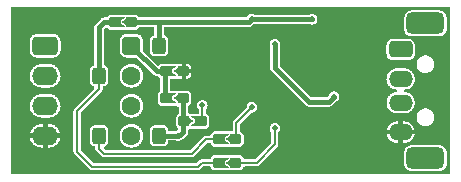
<source format=gbl>
G04*
G04 #@! TF.GenerationSoftware,Altium Limited,Altium Designer,24.1.2 (44)*
G04*
G04 Layer_Physical_Order=2*
G04 Layer_Color=11436288*
%FSLAX25Y25*%
%MOIN*%
G70*
G04*
G04 #@! TF.SameCoordinates,0CAF7D85-E977-4B9D-9D86-D71ED8E1370B*
G04*
G04*
G04 #@! TF.FilePolarity,Positive*
G04*
G01*
G75*
%ADD11C,0.00787*%
%ADD46C,0.01575*%
%ADD47O,0.08661X0.06299*%
G04:AMPARAMS|DCode=48|XSize=62.99mil|YSize=86.61mil|CornerRadius=15.75mil|HoleSize=0mil|Usage=FLASHONLY|Rotation=270.000|XOffset=0mil|YOffset=0mil|HoleType=Round|Shape=RoundedRectangle|*
%AMROUNDEDRECTD48*
21,1,0.06299,0.05512,0,0,270.0*
21,1,0.03150,0.08661,0,0,270.0*
1,1,0.03150,-0.02756,-0.01575*
1,1,0.03150,-0.02756,0.01575*
1,1,0.03150,0.02756,0.01575*
1,1,0.03150,0.02756,-0.01575*
%
%ADD48ROUNDEDRECTD48*%
%ADD49C,0.06299*%
G04:AMPARAMS|DCode=50|XSize=62.99mil|YSize=62.99mil|CornerRadius=15.75mil|HoleSize=0mil|Usage=FLASHONLY|Rotation=0.000|XOffset=0mil|YOffset=0mil|HoleType=Round|Shape=RoundedRectangle|*
%AMROUNDEDRECTD50*
21,1,0.06299,0.03150,0,0,0.0*
21,1,0.03150,0.06299,0,0,0.0*
1,1,0.03150,0.01575,-0.01575*
1,1,0.03150,-0.01575,-0.01575*
1,1,0.03150,-0.01575,0.01575*
1,1,0.03150,0.01575,0.01575*
%
%ADD50ROUNDEDRECTD50*%
G04:AMPARAMS|DCode=51|XSize=47.24mil|YSize=55.12mil|CornerRadius=11.81mil|HoleSize=0mil|Usage=FLASHONLY|Rotation=0.000|XOffset=0mil|YOffset=0mil|HoleType=Round|Shape=RoundedRectangle|*
%AMROUNDEDRECTD51*
21,1,0.04724,0.03150,0,0,0.0*
21,1,0.02362,0.05512,0,0,0.0*
1,1,0.02362,0.01181,-0.01575*
1,1,0.02362,-0.01181,-0.01575*
1,1,0.02362,-0.01181,0.01575*
1,1,0.02362,0.01181,0.01575*
%
%ADD51ROUNDEDRECTD51*%
G04:AMPARAMS|DCode=52|XSize=70.87mil|YSize=125.98mil|CornerRadius=17.72mil|HoleSize=0mil|Usage=FLASHONLY|Rotation=270.000|XOffset=0mil|YOffset=0mil|HoleType=Round|Shape=RoundedRectangle|*
%AMROUNDEDRECTD52*
21,1,0.07087,0.09055,0,0,270.0*
21,1,0.03543,0.12598,0,0,270.0*
1,1,0.03543,-0.04528,-0.01772*
1,1,0.03543,-0.04528,0.01772*
1,1,0.03543,0.04528,0.01772*
1,1,0.03543,0.04528,-0.01772*
%
%ADD52ROUNDEDRECTD52*%
%ADD53O,0.07874X0.05512*%
G04:AMPARAMS|DCode=54|XSize=55.12mil|YSize=78.74mil|CornerRadius=13.78mil|HoleSize=0mil|Usage=FLASHONLY|Rotation=90.000|XOffset=0mil|YOffset=0mil|HoleType=Round|Shape=RoundedRectangle|*
%AMROUNDEDRECTD54*
21,1,0.05512,0.05118,0,0,90.0*
21,1,0.02756,0.07874,0,0,90.0*
1,1,0.02756,0.02559,0.01378*
1,1,0.02756,0.02559,-0.01378*
1,1,0.02756,-0.02559,-0.01378*
1,1,0.02756,-0.02559,0.01378*
%
%ADD54ROUNDEDRECTD54*%
%ADD55C,0.01968*%
%AMCUSTOMSHAPE56*
4,1,10,-0.01850,0.01142,-0.03386,0.00079,-0.03386,-0.00079,-0.01850,-0.01142,-0.01850,-0.01772,0.01102,-0.01772,0.01614,-0.01260,0.01614,0.01260,0.01102,0.01772,-0.01850,0.01772,-0.01850,0.01142,0.0*%
%ADD56CUSTOMSHAPE56*%

%AMCUSTOMSHAPE57*
4,1,12,-0.01575,-0.01299,-0.01102,-0.01772,0.02165,-0.01772,0.03780,-0.01772,0.03780,-0.01496,0.02244,-0.00433,0.02244,0.00433,0.03780,0.01496,0.03780,0.01772,0.02165,0.01772,-0.01102,0.01772,-0.01575,0.01299,-0.01575,-0.01299,0.0*%
%ADD57CUSTOMSHAPE57*%

%AMCUSTOMSHAPE58*
4,1,12,0.01575,0.01299,0.01102,0.01772,-0.02165,0.01772,-0.03780,0.01772,-0.03780,0.01496,-0.02244,0.00433,-0.02244,-0.00433,-0.03780,-0.01496,-0.03780,-0.01772,-0.02165,-0.01772,0.01102,-0.01772,0.01575,-0.01299,0.01575,0.01299,0.0*%
%ADD58CUSTOMSHAPE58*%

%AMCUSTOMSHAPE59*
4,1,10,0.01850,-0.01142,0.03386,-0.00079,0.03386,0.00079,0.01850,0.01142,0.01850,0.01772,-0.01102,0.01772,-0.01614,0.01260,-0.01614,-0.01260,-0.01102,-0.01772,0.01850,-0.01772,0.01850,-0.01142,0.0*%
%ADD59CUSTOMSHAPE59*%

G36*
X148001Y1606D02*
X1606Y1606D01*
Y57450D01*
X148001D01*
Y1606D01*
D02*
G37*
%LPC*%
G36*
X102085Y55118D02*
X101852D01*
X101622Y55088D01*
X101398Y55028D01*
X101183Y54939D01*
X101159Y54925D01*
X82700D01*
X82675Y54939D01*
X82460Y55028D01*
X82236Y55088D01*
X82006Y55118D01*
X81774D01*
X81543Y55088D01*
X81319Y55028D01*
X81104Y54939D01*
X80903Y54823D01*
X80719Y54681D01*
X80555Y54517D01*
X80414Y54333D01*
X80297Y54132D01*
X80270Y54065D01*
X80145Y53940D01*
X44423D01*
X44359Y54062D01*
X44260Y54181D01*
X43749Y54693D01*
X43629Y54792D01*
X43492Y54865D01*
X43343Y54910D01*
X43189Y54925D01*
X40236D01*
X40082Y54910D01*
X39933Y54865D01*
X39921Y54858D01*
X39909Y54865D01*
X39761Y54910D01*
X39606Y54925D01*
X34724D01*
X34570Y54910D01*
X34422Y54865D01*
X34285Y54792D01*
X34165Y54693D01*
X33692Y54221D01*
X33594Y54101D01*
X33521Y53964D01*
X33514Y53940D01*
X32677D01*
X32471Y53927D01*
X32269Y53887D01*
X32073Y53820D01*
X31888Y53729D01*
X31716Y53614D01*
X31561Y53478D01*
X29829Y51746D01*
X29693Y51591D01*
X29578Y51419D01*
X29487Y51234D01*
X29421Y51038D01*
X29380Y50836D01*
X29367Y50630D01*
Y38032D01*
X29325Y38025D01*
X29113Y37963D01*
X28908Y37879D01*
X28715Y37772D01*
X28534Y37644D01*
X28370Y37497D01*
X28222Y37332D01*
X28094Y37151D01*
X27987Y36958D01*
X27903Y36753D01*
X27842Y36541D01*
X27805Y36323D01*
X27792Y36102D01*
Y32953D01*
X27805Y32732D01*
X27842Y32514D01*
X27903Y32302D01*
X27987Y32097D01*
X28094Y31904D01*
X28222Y31723D01*
X28370Y31559D01*
X28534Y31411D01*
X28715Y31283D01*
X28908Y31176D01*
X29113Y31092D01*
X29335Y30528D01*
X29341Y30229D01*
X22784Y23672D01*
X22664Y23531D01*
X22566Y23372D01*
X22495Y23201D01*
X22452Y23020D01*
X22437Y22835D01*
Y9252D01*
X22452Y9067D01*
X22495Y8886D01*
X22566Y8714D01*
X22664Y8556D01*
X22784Y8414D01*
X27902Y3296D01*
X28044Y3175D01*
X28202Y3078D01*
X28374Y3007D01*
X28555Y2964D01*
X28740Y2949D01*
X63779D01*
X63965Y2964D01*
X64146Y3007D01*
X64317Y3078D01*
X64476Y3175D01*
X64617Y3296D01*
X65648Y4327D01*
X68106D01*
Y4213D01*
X68122Y4058D01*
X68167Y3910D01*
X68240Y3773D01*
X68338Y3653D01*
X68811Y3181D01*
X68931Y3082D01*
X69067Y3009D01*
X69216Y2964D01*
X69370Y2949D01*
X74252D01*
X74406Y2964D01*
X74555Y3009D01*
X74567Y3016D01*
X74579Y3009D01*
X74727Y2964D01*
X74882Y2949D01*
X77835D01*
X77989Y2964D01*
X78137Y3009D01*
X78274Y3082D01*
X78394Y3181D01*
X78906Y3692D01*
X79004Y3812D01*
X79077Y3949D01*
X79123Y4098D01*
X79138Y4252D01*
X79894Y4327D01*
X83465D01*
X83650Y4342D01*
X83831Y4385D01*
X84002Y4456D01*
X84161Y4553D01*
X84302Y4674D01*
X90405Y10776D01*
X90525Y10918D01*
X90623Y11076D01*
X90694Y11248D01*
X90737Y11429D01*
X90752Y11614D01*
Y15608D01*
X90902Y15758D01*
X91043Y15943D01*
X91159Y16144D01*
X91248Y16358D01*
X91308Y16583D01*
X91339Y16813D01*
Y17045D01*
X91308Y17276D01*
X91248Y17500D01*
X91159Y17714D01*
X91043Y17916D01*
X90902Y18100D01*
X90738Y18264D01*
X90553Y18405D01*
X90352Y18521D01*
X90138Y18610D01*
X89913Y18670D01*
X89683Y18701D01*
X89451D01*
X89221Y18670D01*
X88996Y18610D01*
X88782Y18521D01*
X88581Y18405D01*
X88396Y18264D01*
X88232Y18100D01*
X88091Y17916D01*
X87975Y17714D01*
X87886Y17500D01*
X87826Y17276D01*
X87795Y17045D01*
Y16813D01*
X87826Y16583D01*
X87886Y16358D01*
X87975Y16144D01*
X88091Y15943D01*
X88232Y15758D01*
X88382Y15608D01*
Y12105D01*
X82974Y6697D01*
X79138D01*
Y6772D01*
X79123Y6926D01*
X79077Y7074D01*
X79004Y7211D01*
X78906Y7331D01*
X78394Y7843D01*
X78274Y7941D01*
X78137Y8014D01*
X77989Y8060D01*
X77835Y8075D01*
X74882D01*
X74727Y8060D01*
X74579Y8014D01*
X74567Y8008D01*
X74555Y8014D01*
X74406Y8060D01*
X74252Y8075D01*
X69370D01*
X69216Y8060D01*
X69067Y8014D01*
X68931Y7941D01*
X68811Y7843D01*
X68338Y7371D01*
X68240Y7251D01*
X68167Y7114D01*
X68122Y6965D01*
X68106Y6811D01*
Y6697D01*
X65158D01*
X64972Y6682D01*
X64791Y6639D01*
X64620Y6567D01*
X64461Y6470D01*
X64320Y6350D01*
X63289Y5319D01*
X29231D01*
X24807Y9743D01*
Y22344D01*
X31783Y29320D01*
X31903Y29461D01*
X32000Y29620D01*
X32072Y29791D01*
X32115Y29972D01*
X32130Y30158D01*
Y30981D01*
X32347Y30994D01*
X32565Y31031D01*
X32777Y31092D01*
X32981Y31176D01*
X33175Y31283D01*
X33355Y31411D01*
X33520Y31559D01*
X33667Y31723D01*
X33795Y31904D01*
X33902Y32097D01*
X33987Y32302D01*
X34048Y32514D01*
X34085Y32732D01*
X34098Y32953D01*
Y36102D01*
X34085Y36323D01*
X34048Y36541D01*
X33987Y36753D01*
X33902Y36958D01*
X33795Y37151D01*
X33667Y37332D01*
X33520Y37497D01*
X33355Y37644D01*
X33175Y37772D01*
X32981Y37879D01*
X32777Y37963D01*
X32565Y38025D01*
X32523Y38032D01*
Y49976D01*
X32865Y50318D01*
X33026Y50386D01*
X33692Y50503D01*
X34165Y50031D01*
X34285Y49933D01*
X34422Y49860D01*
X34570Y49815D01*
X34724Y49799D01*
X39606D01*
X39761Y49815D01*
X39909Y49860D01*
X39921Y49866D01*
X39933Y49860D01*
X40082Y49815D01*
X40236Y49799D01*
X43189D01*
X43343Y49815D01*
X43492Y49860D01*
X43629Y49933D01*
X43748Y50031D01*
X44260Y50543D01*
X44359Y50663D01*
X44423Y50784D01*
X49327D01*
Y48025D01*
X49325Y48024D01*
X49113Y47963D01*
X48908Y47879D01*
X48715Y47772D01*
X48535Y47644D01*
X48370Y47497D01*
X48222Y47332D01*
X48094Y47151D01*
X47987Y46958D01*
X47903Y46753D01*
X47842Y46541D01*
X47805Y46323D01*
X47792Y46102D01*
Y42953D01*
X47805Y42732D01*
X47842Y42514D01*
X47903Y42302D01*
X47987Y42097D01*
X48094Y41904D01*
X48222Y41723D01*
X48370Y41559D01*
X48535Y41411D01*
X48715Y41283D01*
X48908Y41176D01*
X49113Y41092D01*
X49325Y41031D01*
X49543Y40994D01*
X49764Y40981D01*
X52126D01*
X52347Y40994D01*
X52565Y41031D01*
X52777Y41092D01*
X52981Y41176D01*
X53175Y41283D01*
X53355Y41411D01*
X53520Y41559D01*
X53667Y41723D01*
X53795Y41904D01*
X53902Y42097D01*
X53987Y42302D01*
X54048Y42514D01*
X54085Y42732D01*
X54098Y42953D01*
Y46102D01*
X54085Y46323D01*
X54048Y46541D01*
X53987Y46753D01*
X53902Y46958D01*
X53795Y47151D01*
X53667Y47332D01*
X53520Y47497D01*
X53355Y47644D01*
X53175Y47772D01*
X52981Y47879D01*
X52777Y47963D01*
X52565Y48024D01*
X52484Y48038D01*
Y50784D01*
X80799D01*
X81005Y50797D01*
X81207Y50838D01*
X81403Y50904D01*
X81588Y50995D01*
X81760Y51110D01*
X81915Y51246D01*
X82288Y51619D01*
X82460Y51665D01*
X82675Y51754D01*
X82700Y51768D01*
X101159D01*
X101183Y51754D01*
X101398Y51665D01*
X101622Y51605D01*
X101852Y51575D01*
X102085D01*
X102315Y51605D01*
X102539Y51665D01*
X102754Y51754D01*
X102955Y51870D01*
X103139Y52012D01*
X103303Y52176D01*
X103445Y52360D01*
X103561Y52561D01*
X103650Y52776D01*
X103710Y53000D01*
X103740Y53230D01*
Y53463D01*
X103710Y53693D01*
X103650Y53917D01*
X103561Y54132D01*
X103445Y54333D01*
X103303Y54517D01*
X103139Y54681D01*
X102955Y54823D01*
X102754Y54939D01*
X102539Y55028D01*
X102315Y55088D01*
X102085Y55118D01*
D02*
G37*
G36*
X144291Y56302D02*
X135236D01*
X134985Y56290D01*
X134736Y56253D01*
X134493Y56192D01*
X134256Y56107D01*
X134028Y56000D01*
X133813Y55870D01*
X133611Y55721D01*
X133424Y55552D01*
X133256Y55366D01*
X133106Y55164D01*
X132977Y54948D01*
X132869Y54721D01*
X132784Y54484D01*
X132723Y54240D01*
X132686Y53991D01*
X132674Y53740D01*
Y50197D01*
X132686Y49946D01*
X132723Y49697D01*
X132784Y49453D01*
X132869Y49216D01*
X132977Y48989D01*
X133106Y48773D01*
X133256Y48571D01*
X133424Y48385D01*
X133611Y48216D01*
X133813Y48066D01*
X134028Y47937D01*
X134256Y47830D01*
X134493Y47745D01*
X134736Y47684D01*
X134985Y47647D01*
X135236Y47635D01*
X144291D01*
X144543Y47647D01*
X144791Y47684D01*
X145035Y47745D01*
X145272Y47830D01*
X145499Y47937D01*
X145715Y48066D01*
X145917Y48216D01*
X146103Y48385D01*
X146272Y48571D01*
X146422Y48773D01*
X146551Y48989D01*
X146658Y49216D01*
X146743Y49453D01*
X146804Y49697D01*
X146841Y49946D01*
X146853Y50197D01*
Y53740D01*
X146841Y53991D01*
X146804Y54240D01*
X146743Y54484D01*
X146658Y54721D01*
X146551Y54948D01*
X146422Y55164D01*
X146272Y55366D01*
X146103Y55552D01*
X145917Y55721D01*
X145715Y55870D01*
X145499Y56000D01*
X145272Y56107D01*
X145035Y56192D01*
X144791Y56253D01*
X144543Y56290D01*
X144291Y56302D01*
D02*
G37*
G36*
X15748Y48468D02*
X10236D01*
X9971Y48453D01*
X9710Y48409D01*
X9455Y48335D01*
X9210Y48234D01*
X8978Y48106D01*
X8761Y47952D01*
X8563Y47775D01*
X8387Y47578D01*
X8233Y47361D01*
X8105Y47129D01*
X8003Y46884D01*
X7930Y46629D01*
X7885Y46367D01*
X7870Y46102D01*
Y42953D01*
X7885Y42688D01*
X7930Y42426D01*
X8003Y42171D01*
X8105Y41926D01*
X8233Y41694D01*
X8387Y41478D01*
X8563Y41280D01*
X8761Y41103D01*
X8978Y40949D01*
X9210Y40821D01*
X9455Y40720D01*
X9710Y40646D01*
X9971Y40602D01*
X10236Y40587D01*
X15748D01*
X16013Y40602D01*
X16274Y40646D01*
X16529Y40720D01*
X16775Y40821D01*
X17007Y40949D01*
X17223Y41103D01*
X17421Y41280D01*
X17598Y41478D01*
X17751Y41694D01*
X17880Y41926D01*
X17981Y42171D01*
X18055Y42426D01*
X18099Y42688D01*
X18114Y42953D01*
Y46102D01*
X18099Y46367D01*
X18055Y46629D01*
X17981Y46884D01*
X17880Y47129D01*
X17751Y47361D01*
X17598Y47578D01*
X17421Y47775D01*
X17223Y47952D01*
X17007Y48106D01*
X16775Y48234D01*
X16529Y48335D01*
X16274Y48409D01*
X16013Y48453D01*
X15748Y48468D01*
D02*
G37*
G36*
X134055Y46854D02*
X128937D01*
X128694Y46840D01*
X128454Y46799D01*
X128221Y46732D01*
X127996Y46639D01*
X127783Y46521D01*
X127585Y46381D01*
X127403Y46219D01*
X127241Y46037D01*
X127101Y45839D01*
X126983Y45626D01*
X126890Y45401D01*
X126823Y45168D01*
X126782Y44928D01*
X126768Y44685D01*
Y41929D01*
X126782Y41686D01*
X126823Y41447D01*
X126890Y41213D01*
X126983Y40988D01*
X127101Y40775D01*
X127241Y40577D01*
X127403Y40396D01*
X127585Y40233D01*
X127783Y40093D01*
X127996Y39975D01*
X128221Y39882D01*
X128454Y39815D01*
X128694Y39774D01*
X128937Y39760D01*
X134055D01*
X134298Y39774D01*
X134538Y39815D01*
X134771Y39882D01*
X134996Y39975D01*
X135209Y40093D01*
X135407Y40233D01*
X135589Y40396D01*
X135751Y40577D01*
X135891Y40775D01*
X136009Y40988D01*
X136102Y41213D01*
X136170Y41447D01*
X136210Y41686D01*
X136224Y41929D01*
Y44685D01*
X136210Y44928D01*
X136170Y45168D01*
X136102Y45401D01*
X136009Y45626D01*
X135891Y45839D01*
X135751Y46037D01*
X135589Y46219D01*
X135407Y46381D01*
X135209Y46521D01*
X134996Y46639D01*
X134771Y46732D01*
X134538Y46799D01*
X134298Y46840D01*
X134055Y46854D01*
D02*
G37*
G36*
X60315Y38587D02*
X59803D01*
Y36614D01*
X61618D01*
Y37284D01*
X61603Y37438D01*
X61558Y37586D01*
X61485Y37723D01*
X61386Y37843D01*
X60874Y38355D01*
X60755Y38453D01*
X60618Y38526D01*
X60469Y38571D01*
X60315Y38587D01*
D02*
G37*
G36*
X139909Y41339D02*
X139619D01*
X139330Y41310D01*
X139046Y41254D01*
X138768Y41169D01*
X138500Y41058D01*
X138244Y40922D01*
X138003Y40760D01*
X137778Y40576D01*
X137573Y40371D01*
X137389Y40147D01*
X137228Y39906D01*
X137091Y39650D01*
X136980Y39382D01*
X136896Y39104D01*
X136839Y38820D01*
X136811Y38531D01*
Y38241D01*
X136839Y37952D01*
X136896Y37668D01*
X136980Y37390D01*
X137091Y37122D01*
X137228Y36866D01*
X137389Y36625D01*
X137573Y36400D01*
X137778Y36195D01*
X138003Y36011D01*
X138244Y35850D01*
X138500Y35713D01*
X138768Y35602D01*
X139046Y35518D01*
X139330Y35462D01*
X139619Y35433D01*
X139909D01*
X140198Y35462D01*
X140482Y35518D01*
X140760Y35602D01*
X141028Y35713D01*
X141284Y35850D01*
X141525Y36011D01*
X141749Y36195D01*
X141954Y36400D01*
X142138Y36625D01*
X142299Y36866D01*
X142436Y37122D01*
X142547Y37390D01*
X142631Y37668D01*
X142688Y37952D01*
X142717Y38241D01*
Y38531D01*
X142688Y38820D01*
X142631Y39104D01*
X142547Y39382D01*
X142436Y39650D01*
X142299Y39906D01*
X142138Y40147D01*
X141954Y40371D01*
X141749Y40576D01*
X141525Y40760D01*
X141284Y40922D01*
X141028Y41058D01*
X140760Y41169D01*
X140482Y41254D01*
X140198Y41310D01*
X139909Y41339D01*
D02*
G37*
G36*
X61618Y35433D02*
X59803D01*
Y33461D01*
X60315D01*
X60469Y33476D01*
X60618Y33521D01*
X60755Y33594D01*
X60874Y33692D01*
X61386Y34204D01*
X61485Y34324D01*
X61558Y34461D01*
X61603Y34609D01*
X61618Y34764D01*
Y35433D01*
D02*
G37*
G36*
X43307Y48469D02*
X40157D01*
X39893Y48454D01*
X39631Y48410D01*
X39376Y48336D01*
X39131Y48235D01*
X38899Y48106D01*
X38682Y47953D01*
X38484Y47776D01*
X38308Y47578D01*
X38154Y47362D01*
X38026Y47129D01*
X37924Y46884D01*
X37851Y46630D01*
X37806Y46368D01*
X37792Y46103D01*
Y42953D01*
X37806Y42689D01*
X37851Y42427D01*
X37924Y42172D01*
X38026Y41927D01*
X38154Y41695D01*
X38308Y41478D01*
X38484Y41280D01*
X38682Y41104D01*
X38899Y40950D01*
X39131Y40822D01*
X39376Y40720D01*
X39631Y40647D01*
X39893Y40602D01*
X40157Y40587D01*
X43307D01*
X43434Y40595D01*
X49121Y34908D01*
X49276Y34772D01*
X49448Y34657D01*
X49633Y34566D01*
X49828Y34499D01*
X50031Y34459D01*
X50237Y34445D01*
X50640D01*
X50647Y34422D01*
X50720Y34285D01*
X50819Y34165D01*
X51291Y33692D01*
X51375Y33624D01*
Y29368D01*
X51291Y29300D01*
X50819Y28827D01*
X50720Y28707D01*
X50647Y28571D01*
X50602Y28422D01*
X50587Y28268D01*
Y25669D01*
X50602Y25515D01*
X50647Y25367D01*
X50720Y25230D01*
X50819Y25110D01*
X51291Y24637D01*
X51411Y24539D01*
X51548Y24466D01*
X51696Y24421D01*
X51850Y24406D01*
X56732D01*
X57250Y24131D01*
X57458Y23966D01*
X57516Y23897D01*
Y21691D01*
X57433Y21622D01*
X56921Y21111D01*
X56822Y20991D01*
X56749Y20854D01*
X56704Y20706D01*
X56689Y20551D01*
Y18032D01*
X56704Y17877D01*
X56749Y17729D01*
X56822Y17592D01*
X56921Y17472D01*
X57267Y17126D01*
X57213Y16697D01*
X57167Y16581D01*
X56979Y16314D01*
X56937Y16308D01*
X56713Y16248D01*
X56498Y16159D01*
X56420Y16114D01*
X54097D01*
X54085Y16323D01*
X54048Y16541D01*
X53987Y16754D01*
X53902Y16958D01*
X53795Y17151D01*
X53667Y17332D01*
X53520Y17496D01*
X53355Y17644D01*
X53175Y17772D01*
X52981Y17879D01*
X52777Y17963D01*
X52565Y18024D01*
X52347Y18062D01*
X52126Y18074D01*
X49764D01*
X49543Y18062D01*
X49325Y18024D01*
X49113Y17963D01*
X48908Y17879D01*
X48715Y17772D01*
X48535Y17644D01*
X48370Y17496D01*
X48222Y17332D01*
X48094Y17151D01*
X47987Y16958D01*
X47903Y16754D01*
X47842Y16541D01*
X47805Y16323D01*
X47792Y16102D01*
Y12953D01*
X47805Y12732D01*
X47842Y12514D01*
X47903Y12302D01*
X47987Y12097D01*
X48094Y11904D01*
X48222Y11723D01*
X48370Y11559D01*
X48535Y11411D01*
X48715Y11283D01*
X48908Y11176D01*
X49113Y11092D01*
X49325Y11031D01*
X49543Y10994D01*
X49764Y10981D01*
X52126D01*
X52347Y10994D01*
X52565Y11031D01*
X52777Y11092D01*
X52981Y11176D01*
X53175Y11283D01*
X53355Y11411D01*
X53520Y11559D01*
X53667Y11723D01*
X53795Y11904D01*
X53902Y12097D01*
X53987Y12302D01*
X54048Y12514D01*
X54085Y12732D01*
X54098Y12953D01*
Y12958D01*
X56539D01*
X56713Y12886D01*
X56937Y12826D01*
X57167Y12795D01*
X57400D01*
X57630Y12826D01*
X57854Y12886D01*
X58069Y12975D01*
X58270Y13091D01*
X58287Y13104D01*
X58358Y13118D01*
X58553Y13184D01*
X58738Y13275D01*
X58910Y13390D01*
X59065Y13526D01*
X60210Y14671D01*
X60347Y14827D01*
X60461Y14998D01*
X60553Y15183D01*
X60619Y15379D01*
X60659Y15581D01*
X60673Y15787D01*
Y16340D01*
X61410Y16738D01*
X61455Y16740D01*
X61575Y16728D01*
X66457D01*
X66611Y16744D01*
X66760Y16789D01*
X66896Y16862D01*
X67016Y16960D01*
X67489Y17433D01*
X67587Y17553D01*
X67660Y17689D01*
X67705Y17838D01*
X67720Y17992D01*
Y20591D01*
X67705Y20745D01*
X67660Y20893D01*
X67587Y21030D01*
X67489Y21150D01*
X67016Y21622D01*
X66896Y21721D01*
X66760Y21794D01*
X66611Y21839D01*
X66539Y21846D01*
Y23286D01*
X66689Y23436D01*
X66831Y23620D01*
X66947Y23821D01*
X67036Y24036D01*
X67096Y24260D01*
X67126Y24490D01*
Y24722D01*
X67096Y24953D01*
X67036Y25177D01*
X66947Y25392D01*
X66831Y25593D01*
X66689Y25777D01*
X66525Y25941D01*
X66341Y26083D01*
X66140Y26199D01*
X65925Y26287D01*
X65701Y26348D01*
X65470Y26378D01*
X65238D01*
X65008Y26348D01*
X64784Y26287D01*
X64569Y26199D01*
X64368Y26083D01*
X64184Y25941D01*
X64020Y25777D01*
X63878Y25593D01*
X63762Y25392D01*
X63673Y25177D01*
X63613Y24953D01*
X63583Y24722D01*
Y24490D01*
X63613Y24260D01*
X63673Y24036D01*
X63762Y23821D01*
X63878Y23620D01*
X64020Y23436D01*
X64170Y23286D01*
Y21854D01*
X61575D01*
X61455Y21842D01*
X61410Y21845D01*
X60673Y22243D01*
Y24495D01*
X60755Y24539D01*
X60874Y24637D01*
X61386Y25149D01*
X61485Y25269D01*
X61558Y25406D01*
X61603Y25554D01*
X61618Y25709D01*
Y28228D01*
X61603Y28383D01*
X61558Y28531D01*
X61485Y28668D01*
X61386Y28788D01*
X60874Y29300D01*
X60755Y29398D01*
X60618Y29471D01*
X60469Y29516D01*
X60315Y29531D01*
X57362D01*
X57208Y29516D01*
X57059Y29471D01*
X57047Y29465D01*
X57035Y29471D01*
X56887Y29516D01*
X56732Y29531D01*
X54531D01*
Y33461D01*
X56732D01*
X56887Y33476D01*
X57035Y33521D01*
X57047Y33527D01*
X57059Y33521D01*
X57208Y33476D01*
X57362Y33461D01*
X58622D01*
Y36024D01*
Y38587D01*
X57362D01*
X57208Y38571D01*
X57059Y38526D01*
X57047Y38520D01*
X57035Y38526D01*
X56887Y38571D01*
X56732Y38587D01*
X51850D01*
X51696Y38571D01*
X51548Y38526D01*
X51411Y38453D01*
X51291Y38355D01*
X50819Y37882D01*
X50620Y37872D01*
X45666Y42827D01*
X45673Y42953D01*
Y46103D01*
X45658Y46368D01*
X45614Y46630D01*
X45540Y46884D01*
X45439Y47129D01*
X45310Y47362D01*
X45157Y47578D01*
X44980Y47776D01*
X44782Y47953D01*
X44566Y48106D01*
X44334Y48235D01*
X44089Y48336D01*
X43834Y48410D01*
X43572Y48454D01*
X43307Y48469D01*
D02*
G37*
G36*
X41904Y38465D02*
X41560D01*
X41218Y38435D01*
X40879Y38375D01*
X40547Y38287D01*
X40224Y38169D01*
X39913Y38024D01*
X39615Y37852D01*
X39333Y37655D01*
X39070Y37434D01*
X38827Y37190D01*
X38606Y36927D01*
X38409Y36646D01*
X38237Y36348D01*
X38091Y36036D01*
X37974Y35713D01*
X37885Y35381D01*
X37825Y35043D01*
X37795Y34700D01*
Y34356D01*
X37825Y34014D01*
X37885Y33675D01*
X37974Y33343D01*
X38091Y33020D01*
X38237Y32709D01*
X38409Y32411D01*
X38606Y32129D01*
X38827Y31866D01*
X39070Y31623D01*
X39333Y31402D01*
X39615Y31205D01*
X39913Y31033D01*
X40224Y30887D01*
X40547Y30770D01*
X40879Y30681D01*
X41218Y30621D01*
X41560Y30591D01*
X41904D01*
X42247Y30621D01*
X42585Y30681D01*
X42917Y30770D01*
X43240Y30887D01*
X43552Y31033D01*
X43850Y31205D01*
X44131Y31402D01*
X44395Y31623D01*
X44638Y31866D01*
X44859Y32129D01*
X45056Y32411D01*
X45228Y32709D01*
X45373Y33020D01*
X45491Y33343D01*
X45580Y33675D01*
X45639Y34014D01*
X45669Y34356D01*
Y34700D01*
X45639Y35043D01*
X45580Y35381D01*
X45491Y35713D01*
X45373Y36036D01*
X45228Y36348D01*
X45056Y36646D01*
X44859Y36927D01*
X44638Y37190D01*
X44395Y37434D01*
X44131Y37655D01*
X43850Y37852D01*
X43552Y38024D01*
X43240Y38169D01*
X42917Y38287D01*
X42585Y38375D01*
X42247Y38435D01*
X41904Y38465D01*
D02*
G37*
G36*
X14173Y38468D02*
X11811D01*
X11468Y38453D01*
X11127Y38408D01*
X10791Y38334D01*
X10463Y38231D01*
X10146Y38099D01*
X9841Y37940D01*
X9551Y37756D01*
X9278Y37546D01*
X9025Y37314D01*
X8792Y37061D01*
X8583Y36788D01*
X8398Y36498D01*
X8240Y36193D01*
X8108Y35875D01*
X8004Y35548D01*
X7930Y35212D01*
X7885Y34871D01*
X7870Y34528D01*
X7885Y34184D01*
X7930Y33843D01*
X8004Y33508D01*
X8108Y33180D01*
X8240Y32862D01*
X8398Y32557D01*
X8583Y32267D01*
X8792Y31995D01*
X9025Y31741D01*
X9278Y31509D01*
X9551Y31299D01*
X9841Y31115D01*
X10146Y30956D01*
X10463Y30825D01*
X10791Y30721D01*
X11127Y30647D01*
X11468Y30602D01*
X11811Y30587D01*
X14173D01*
X14517Y30602D01*
X14857Y30647D01*
X15193Y30721D01*
X15521Y30825D01*
X15839Y30956D01*
X16144Y31115D01*
X16433Y31299D01*
X16706Y31509D01*
X16960Y31741D01*
X17192Y31995D01*
X17401Y32267D01*
X17586Y32557D01*
X17745Y32862D01*
X17876Y33180D01*
X17980Y33508D01*
X18054Y33843D01*
X18099Y34184D01*
X18114Y34528D01*
X18099Y34871D01*
X18054Y35212D01*
X17980Y35548D01*
X17876Y35875D01*
X17745Y36193D01*
X17586Y36498D01*
X17401Y36788D01*
X17192Y37061D01*
X16960Y37314D01*
X16706Y37546D01*
X16433Y37756D01*
X16144Y37940D01*
X15839Y38099D01*
X15521Y38231D01*
X15193Y38334D01*
X14857Y38408D01*
X14517Y38453D01*
X14173Y38468D01*
D02*
G37*
G36*
X89683Y46850D02*
X89451D01*
X89221Y46820D01*
X88996Y46760D01*
X88782Y46671D01*
X88581Y46555D01*
X88396Y46414D01*
X88232Y46249D01*
X88091Y46065D01*
X87975Y45864D01*
X87886Y45649D01*
X87826Y45425D01*
X87795Y45195D01*
Y44963D01*
X87826Y44732D01*
X87886Y44508D01*
X87975Y44293D01*
X87989Y44269D01*
Y37205D01*
X88002Y36999D01*
X88042Y36796D01*
X88109Y36601D01*
X88200Y36416D01*
X88315Y36244D01*
X88451Y36089D01*
X99868Y24671D01*
X100023Y24535D01*
X100195Y24421D01*
X100380Y24329D01*
X100576Y24263D01*
X100778Y24223D01*
X100984Y24209D01*
X107480D01*
X107686Y24223D01*
X107889Y24263D01*
X108084Y24329D01*
X108269Y24421D01*
X108441Y24535D01*
X108596Y24671D01*
X109795Y25870D01*
X109823Y25878D01*
X110037Y25967D01*
X110238Y26083D01*
X110423Y26224D01*
X110587Y26388D01*
X110728Y26573D01*
X110844Y26774D01*
X110933Y26988D01*
X110993Y27213D01*
X111024Y27443D01*
Y27675D01*
X110993Y27905D01*
X110933Y28130D01*
X110844Y28344D01*
X110728Y28545D01*
X110587Y28730D01*
X110423Y28894D01*
X110238Y29035D01*
X110037Y29151D01*
X109823Y29240D01*
X109598Y29300D01*
X109368Y29331D01*
X109136D01*
X108906Y29300D01*
X108681Y29240D01*
X108467Y29151D01*
X108266Y29035D01*
X108081Y28894D01*
X107917Y28730D01*
X107776Y28545D01*
X107660Y28344D01*
X107571Y28130D01*
X107563Y28102D01*
X106827Y27366D01*
X101638D01*
X91145Y37858D01*
Y44269D01*
X91159Y44293D01*
X91248Y44508D01*
X91308Y44732D01*
X91339Y44963D01*
Y45195D01*
X91308Y45425D01*
X91248Y45649D01*
X91159Y45864D01*
X91043Y46065D01*
X90902Y46249D01*
X90738Y46414D01*
X90553Y46555D01*
X90352Y46671D01*
X90138Y46760D01*
X89913Y46820D01*
X89683Y46850D01*
D02*
G37*
G36*
X132677Y37011D02*
X130315D01*
X130006Y36998D01*
X129699Y36957D01*
X129397Y36890D01*
X129102Y36797D01*
X128816Y36679D01*
X128542Y36536D01*
X128281Y36370D01*
X128035Y36182D01*
X127807Y35972D01*
X127598Y35744D01*
X127410Y35499D01*
X127243Y35238D01*
X127101Y34964D01*
X126982Y34678D01*
X126889Y34383D01*
X126822Y34080D01*
X126782Y33774D01*
X126768Y33465D01*
X126782Y33156D01*
X126822Y32849D01*
X126889Y32547D01*
X126982Y32252D01*
X127101Y31966D01*
X127243Y31691D01*
X127410Y31430D01*
X127598Y31185D01*
X127807Y30957D01*
X128035Y30748D01*
X128281Y30559D01*
X128542Y30393D01*
X128816Y30250D01*
X129102Y30132D01*
X129397Y30039D01*
X129699Y29972D01*
X130006Y29931D01*
X130229Y29922D01*
Y29133D01*
X130006Y29124D01*
X129699Y29083D01*
X129397Y29016D01*
X129102Y28923D01*
X128816Y28805D01*
X128542Y28662D01*
X128281Y28496D01*
X128035Y28308D01*
X127807Y28098D01*
X127598Y27870D01*
X127410Y27625D01*
X127243Y27364D01*
X127101Y27089D01*
X126982Y26804D01*
X126889Y26509D01*
X126822Y26206D01*
X126782Y25900D01*
X126768Y25591D01*
X126782Y25281D01*
X126822Y24975D01*
X126889Y24673D01*
X126982Y24377D01*
X127101Y24092D01*
X127243Y23817D01*
X127410Y23556D01*
X127598Y23311D01*
X127807Y23083D01*
X128035Y22874D01*
X128281Y22685D01*
X128542Y22519D01*
X128816Y22376D01*
X129102Y22258D01*
X129397Y22165D01*
X129699Y22098D01*
X130006Y22057D01*
X130315Y22044D01*
X132677D01*
X132986Y22057D01*
X133293Y22098D01*
X133595Y22165D01*
X133890Y22258D01*
X134176Y22376D01*
X134450Y22519D01*
X134712Y22685D01*
X134957Y22874D01*
X135185Y23083D01*
X135394Y23311D01*
X135582Y23556D01*
X135749Y23817D01*
X135892Y24092D01*
X136010Y24377D01*
X136103Y24673D01*
X136170Y24975D01*
X136210Y25281D01*
X136224Y25591D01*
X136210Y25900D01*
X136170Y26206D01*
X136103Y26509D01*
X136010Y26804D01*
X135892Y27089D01*
X135749Y27364D01*
X135582Y27625D01*
X135394Y27870D01*
X135185Y28098D01*
X134957Y28308D01*
X134712Y28496D01*
X134450Y28662D01*
X134176Y28805D01*
X133890Y28923D01*
X133595Y29016D01*
X133293Y29083D01*
X132986Y29124D01*
X132763Y29133D01*
Y29922D01*
X132986Y29931D01*
X133293Y29972D01*
X133595Y30039D01*
X133890Y30132D01*
X134176Y30250D01*
X134450Y30393D01*
X134712Y30559D01*
X134957Y30748D01*
X135185Y30957D01*
X135394Y31185D01*
X135582Y31430D01*
X135749Y31691D01*
X135892Y31966D01*
X136010Y32252D01*
X136103Y32547D01*
X136170Y32849D01*
X136210Y33156D01*
X136224Y33465D01*
X136210Y33774D01*
X136170Y34080D01*
X136103Y34383D01*
X136010Y34678D01*
X135892Y34964D01*
X135749Y35238D01*
X135582Y35499D01*
X135394Y35744D01*
X135185Y35972D01*
X134957Y36182D01*
X134712Y36370D01*
X134450Y36536D01*
X134176Y36679D01*
X133890Y36797D01*
X133595Y36890D01*
X133293Y36957D01*
X132986Y36998D01*
X132677Y37011D01*
D02*
G37*
G36*
X41904Y28465D02*
X41560D01*
X41218Y28435D01*
X40879Y28376D01*
X40547Y28287D01*
X40224Y28169D01*
X39913Y28024D01*
X39615Y27852D01*
X39333Y27655D01*
X39070Y27434D01*
X38827Y27191D01*
X38606Y26927D01*
X38409Y26646D01*
X38237Y26348D01*
X38091Y26036D01*
X37974Y25713D01*
X37885Y25381D01*
X37825Y25043D01*
X37795Y24700D01*
Y24356D01*
X37825Y24014D01*
X37885Y23675D01*
X37974Y23343D01*
X38091Y23020D01*
X38237Y22709D01*
X38409Y22411D01*
X38606Y22129D01*
X38827Y21866D01*
X39070Y21623D01*
X39333Y21402D01*
X39615Y21205D01*
X39913Y21033D01*
X40224Y20887D01*
X40547Y20770D01*
X40879Y20681D01*
X41218Y20621D01*
X41560Y20591D01*
X41904D01*
X42247Y20621D01*
X42585Y20681D01*
X42917Y20770D01*
X43240Y20887D01*
X43552Y21033D01*
X43850Y21205D01*
X44131Y21402D01*
X44395Y21623D01*
X44638Y21866D01*
X44859Y22129D01*
X45056Y22411D01*
X45228Y22709D01*
X45373Y23020D01*
X45491Y23343D01*
X45580Y23675D01*
X45639Y24014D01*
X45669Y24356D01*
Y24700D01*
X45639Y25043D01*
X45580Y25381D01*
X45491Y25713D01*
X45373Y26036D01*
X45228Y26348D01*
X45056Y26646D01*
X44859Y26927D01*
X44638Y27191D01*
X44395Y27434D01*
X44131Y27655D01*
X43850Y27852D01*
X43552Y28024D01*
X43240Y28169D01*
X42917Y28287D01*
X42585Y28376D01*
X42247Y28435D01*
X41904Y28465D01*
D02*
G37*
G36*
X14173Y28468D02*
X11811D01*
X11468Y28453D01*
X11127Y28408D01*
X10791Y28334D01*
X10463Y28231D01*
X10146Y28099D01*
X9841Y27940D01*
X9551Y27756D01*
X9278Y27546D01*
X9025Y27314D01*
X8792Y27061D01*
X8583Y26788D01*
X8398Y26498D01*
X8240Y26193D01*
X8108Y25875D01*
X8004Y25548D01*
X7930Y25212D01*
X7885Y24871D01*
X7870Y24528D01*
X7885Y24184D01*
X7930Y23843D01*
X8004Y23508D01*
X8108Y23180D01*
X8240Y22862D01*
X8398Y22557D01*
X8583Y22267D01*
X8792Y21994D01*
X9025Y21741D01*
X9278Y21509D01*
X9551Y21299D01*
X9841Y21115D01*
X10146Y20956D01*
X10463Y20824D01*
X10791Y20721D01*
X11127Y20647D01*
X11468Y20602D01*
X11811Y20587D01*
X14173D01*
X14517Y20602D01*
X14857Y20647D01*
X15193Y20721D01*
X15521Y20824D01*
X15839Y20956D01*
X16144Y21115D01*
X16433Y21299D01*
X16706Y21509D01*
X16960Y21741D01*
X17192Y21994D01*
X17401Y22267D01*
X17586Y22557D01*
X17745Y22862D01*
X17876Y23180D01*
X17980Y23508D01*
X18054Y23843D01*
X18099Y24184D01*
X18114Y24528D01*
X18099Y24871D01*
X18054Y25212D01*
X17980Y25548D01*
X17876Y25875D01*
X17745Y26193D01*
X17586Y26498D01*
X17401Y26788D01*
X17192Y27061D01*
X16960Y27314D01*
X16706Y27546D01*
X16433Y27756D01*
X16144Y27940D01*
X15839Y28099D01*
X15521Y28231D01*
X15193Y28334D01*
X14857Y28408D01*
X14517Y28453D01*
X14173Y28468D01*
D02*
G37*
G36*
X139909Y23622D02*
X139619D01*
X139330Y23594D01*
X139046Y23537D01*
X138768Y23453D01*
X138500Y23342D01*
X138244Y23205D01*
X138003Y23044D01*
X137778Y22860D01*
X137573Y22655D01*
X137389Y22430D01*
X137228Y22189D01*
X137091Y21933D01*
X136980Y21665D01*
X136896Y21388D01*
X136839Y21103D01*
X136811Y20814D01*
Y20524D01*
X136839Y20235D01*
X136896Y19951D01*
X136980Y19673D01*
X137091Y19405D01*
X137228Y19149D01*
X137389Y18908D01*
X137573Y18684D01*
X137778Y18479D01*
X138003Y18295D01*
X138244Y18134D01*
X138500Y17997D01*
X138768Y17886D01*
X139046Y17802D01*
X139330Y17745D01*
X139619Y17717D01*
X139909D01*
X140198Y17745D01*
X140482Y17802D01*
X140760Y17886D01*
X141028Y17997D01*
X141284Y18134D01*
X141525Y18295D01*
X141749Y18479D01*
X141954Y18684D01*
X142138Y18908D01*
X142299Y19149D01*
X142436Y19405D01*
X142547Y19673D01*
X142631Y19951D01*
X142688Y20235D01*
X142717Y20524D01*
Y20814D01*
X142688Y21103D01*
X142631Y21388D01*
X142547Y21665D01*
X142436Y21933D01*
X142299Y22189D01*
X142138Y22430D01*
X141954Y22655D01*
X141749Y22860D01*
X141525Y23044D01*
X141284Y23205D01*
X141028Y23342D01*
X140760Y23453D01*
X140482Y23537D01*
X140198Y23594D01*
X139909Y23622D01*
D02*
G37*
G36*
X132677Y19295D02*
X132283D01*
Y16535D01*
X136132D01*
X136103Y16666D01*
X136010Y16961D01*
X135892Y17247D01*
X135749Y17521D01*
X135582Y17782D01*
X135394Y18028D01*
X135185Y18256D01*
X134957Y18465D01*
X134712Y18653D01*
X134450Y18820D01*
X134176Y18962D01*
X133890Y19081D01*
X133595Y19174D01*
X133293Y19241D01*
X132986Y19281D01*
X132677Y19295D01*
D02*
G37*
G36*
X130709D02*
X130315D01*
X130006Y19281D01*
X129699Y19241D01*
X129397Y19174D01*
X129102Y19081D01*
X128816Y18962D01*
X128542Y18820D01*
X128281Y18653D01*
X128035Y18465D01*
X127807Y18256D01*
X127598Y18028D01*
X127410Y17782D01*
X127243Y17521D01*
X127101Y17247D01*
X126982Y16961D01*
X126889Y16666D01*
X126860Y16535D01*
X130709D01*
Y19295D01*
D02*
G37*
G36*
X82006Y25787D02*
X81774D01*
X81543Y25757D01*
X81319Y25697D01*
X81104Y25608D01*
X80903Y25492D01*
X80719Y25351D01*
X80555Y25186D01*
X80414Y25002D01*
X80297Y24801D01*
X80208Y24586D01*
X80148Y24362D01*
X80118Y24132D01*
Y23920D01*
X75895Y19696D01*
X75774Y19555D01*
X75677Y19396D01*
X75605Y19224D01*
X75562Y19044D01*
X75547Y18858D01*
Y15949D01*
X74882D01*
X74727Y15934D01*
X74579Y15889D01*
X74567Y15882D01*
X74555Y15889D01*
X74406Y15934D01*
X74252Y15949D01*
X69370D01*
X69216Y15934D01*
X69067Y15889D01*
X68931Y15815D01*
X68811Y15717D01*
X68338Y15245D01*
X68240Y15125D01*
X68167Y14988D01*
X68122Y14839D01*
X68106Y14685D01*
Y14571D01*
X66732D01*
X66547Y14556D01*
X66366Y14513D01*
X66194Y14442D01*
X66036Y14344D01*
X65895Y14224D01*
X61320Y9649D01*
X33168D01*
X32582Y10235D01*
X32577Y10494D01*
X32777Y11092D01*
X32981Y11176D01*
X33175Y11283D01*
X33355Y11411D01*
X33520Y11559D01*
X33667Y11723D01*
X33795Y11904D01*
X33902Y12097D01*
X33987Y12302D01*
X34048Y12514D01*
X34085Y12732D01*
X34098Y12953D01*
Y16102D01*
X34085Y16323D01*
X34048Y16541D01*
X33987Y16754D01*
X33902Y16958D01*
X33795Y17151D01*
X33667Y17332D01*
X33520Y17496D01*
X33355Y17644D01*
X33175Y17772D01*
X32981Y17879D01*
X32777Y17963D01*
X32565Y18024D01*
X32347Y18062D01*
X32126Y18074D01*
X29764D01*
X29543Y18062D01*
X29325Y18024D01*
X29113Y17963D01*
X28908Y17879D01*
X28715Y17772D01*
X28534Y17644D01*
X28370Y17496D01*
X28222Y17332D01*
X28094Y17151D01*
X27987Y16958D01*
X27903Y16754D01*
X27842Y16541D01*
X27805Y16323D01*
X27792Y16102D01*
Y12953D01*
X27805Y12732D01*
X27842Y12514D01*
X27903Y12302D01*
X27987Y12097D01*
X28094Y11904D01*
X28222Y11723D01*
X28370Y11559D01*
X28534Y11411D01*
X28715Y11283D01*
X28908Y11176D01*
X29113Y11092D01*
X29325Y11031D01*
X29543Y10994D01*
X29760Y10981D01*
Y10197D01*
X29775Y10012D01*
X29818Y9831D01*
X29889Y9659D01*
X29986Y9500D01*
X30107Y9359D01*
X31839Y7627D01*
X31981Y7506D01*
X32139Y7409D01*
X32311Y7338D01*
X32492Y7294D01*
X32677Y7280D01*
X61811D01*
X61996Y7294D01*
X62177Y7338D01*
X62349Y7409D01*
X62507Y7506D01*
X62649Y7627D01*
X67223Y12201D01*
X68106D01*
Y12087D01*
X68122Y11932D01*
X68167Y11784D01*
X68240Y11647D01*
X68338Y11527D01*
X68811Y11055D01*
X68931Y10956D01*
X69067Y10883D01*
X69216Y10838D01*
X69370Y10823D01*
X74252D01*
X74406Y10838D01*
X74555Y10883D01*
X74567Y10890D01*
X74579Y10883D01*
X74727Y10838D01*
X74882Y10823D01*
X77835D01*
X77989Y10838D01*
X78137Y10883D01*
X78274Y10956D01*
X78394Y11055D01*
X78906Y11567D01*
X79004Y11686D01*
X79077Y11823D01*
X79123Y11972D01*
X79138Y12126D01*
Y14646D01*
X79123Y14800D01*
X79077Y14949D01*
X79004Y15085D01*
X78906Y15205D01*
X78394Y15717D01*
X78274Y15815D01*
X78137Y15889D01*
X77989Y15934D01*
X77917Y15941D01*
Y18368D01*
X81794Y22244D01*
X82006D01*
X82236Y22274D01*
X82460Y22334D01*
X82675Y22423D01*
X82876Y22539D01*
X83060Y22681D01*
X83225Y22845D01*
X83366Y23029D01*
X83482Y23231D01*
X83571Y23445D01*
X83631Y23669D01*
X83661Y23900D01*
Y24132D01*
X83631Y24362D01*
X83571Y24586D01*
X83482Y24801D01*
X83366Y25002D01*
X83225Y25186D01*
X83060Y25351D01*
X82876Y25492D01*
X82675Y25608D01*
X82460Y25697D01*
X82236Y25757D01*
X82006Y25787D01*
D02*
G37*
G36*
X14173Y18468D02*
X13780D01*
Y15315D01*
X18031D01*
X17980Y15548D01*
X17876Y15875D01*
X17745Y16193D01*
X17586Y16498D01*
X17401Y16788D01*
X17192Y17061D01*
X16960Y17314D01*
X16706Y17546D01*
X16433Y17756D01*
X16144Y17940D01*
X15839Y18099D01*
X15521Y18231D01*
X15193Y18334D01*
X14857Y18408D01*
X14517Y18453D01*
X14173Y18468D01*
D02*
G37*
G36*
X12205D02*
X11811D01*
X11468Y18453D01*
X11127Y18408D01*
X10791Y18334D01*
X10463Y18231D01*
X10146Y18099D01*
X9841Y17940D01*
X9551Y17756D01*
X9278Y17546D01*
X9025Y17314D01*
X8792Y17061D01*
X8583Y16788D01*
X8398Y16498D01*
X8240Y16193D01*
X8108Y15875D01*
X8004Y15548D01*
X7953Y15315D01*
X12205D01*
Y18468D01*
D02*
G37*
G36*
X136132Y14961D02*
X132283D01*
Y12201D01*
X132677D01*
X132986Y12215D01*
X133293Y12255D01*
X133595Y12322D01*
X133890Y12415D01*
X134176Y12534D01*
X134450Y12676D01*
X134712Y12843D01*
X134957Y13031D01*
X135185Y13240D01*
X135394Y13468D01*
X135582Y13714D01*
X135749Y13975D01*
X135892Y14249D01*
X136010Y14535D01*
X136103Y14830D01*
X136132Y14961D01*
D02*
G37*
G36*
X130709D02*
X126860D01*
X126889Y14830D01*
X126982Y14535D01*
X127101Y14249D01*
X127243Y13975D01*
X127410Y13714D01*
X127598Y13468D01*
X127807Y13240D01*
X128035Y13031D01*
X128281Y12843D01*
X128542Y12676D01*
X128816Y12534D01*
X129102Y12415D01*
X129397Y12322D01*
X129699Y12255D01*
X130006Y12215D01*
X130315Y12201D01*
X130709D01*
Y14961D01*
D02*
G37*
G36*
X41904Y18465D02*
X41560D01*
X41218Y18435D01*
X40879Y18375D01*
X40547Y18287D01*
X40224Y18169D01*
X39913Y18024D01*
X39615Y17852D01*
X39333Y17655D01*
X39070Y17434D01*
X38827Y17190D01*
X38606Y16927D01*
X38409Y16646D01*
X38237Y16348D01*
X38091Y16036D01*
X37974Y15713D01*
X37885Y15381D01*
X37825Y15043D01*
X37795Y14700D01*
Y14356D01*
X37825Y14014D01*
X37885Y13675D01*
X37974Y13343D01*
X38091Y13020D01*
X38237Y12709D01*
X38409Y12411D01*
X38606Y12129D01*
X38827Y11866D01*
X39070Y11623D01*
X39333Y11402D01*
X39615Y11205D01*
X39913Y11033D01*
X40224Y10887D01*
X40547Y10770D01*
X40879Y10681D01*
X41218Y10621D01*
X41560Y10591D01*
X41904D01*
X42247Y10621D01*
X42585Y10681D01*
X42917Y10770D01*
X43240Y10887D01*
X43552Y11033D01*
X43850Y11205D01*
X44131Y11402D01*
X44395Y11623D01*
X44638Y11866D01*
X44859Y12129D01*
X45056Y12411D01*
X45228Y12709D01*
X45373Y13020D01*
X45491Y13343D01*
X45580Y13675D01*
X45639Y14014D01*
X45669Y14356D01*
Y14700D01*
X45639Y15043D01*
X45580Y15381D01*
X45491Y15713D01*
X45373Y16036D01*
X45228Y16348D01*
X45056Y16646D01*
X44859Y16927D01*
X44638Y17190D01*
X44395Y17434D01*
X44131Y17655D01*
X43850Y17852D01*
X43552Y18024D01*
X43240Y18169D01*
X42917Y18287D01*
X42585Y18375D01*
X42247Y18435D01*
X41904Y18465D01*
D02*
G37*
G36*
X18031Y13740D02*
X13780D01*
Y10587D01*
X14173D01*
X14517Y10602D01*
X14857Y10647D01*
X15193Y10721D01*
X15521Y10825D01*
X15839Y10956D01*
X16144Y11115D01*
X16433Y11299D01*
X16706Y11509D01*
X16960Y11741D01*
X17192Y11994D01*
X17401Y12267D01*
X17586Y12557D01*
X17745Y12862D01*
X17876Y13180D01*
X17980Y13508D01*
X18031Y13740D01*
D02*
G37*
G36*
X12205D02*
X7953D01*
X8004Y13508D01*
X8108Y13180D01*
X8240Y12862D01*
X8398Y12557D01*
X8583Y12267D01*
X8792Y11994D01*
X9025Y11741D01*
X9278Y11509D01*
X9551Y11299D01*
X9841Y11115D01*
X10146Y10956D01*
X10463Y10825D01*
X10791Y10721D01*
X11127Y10647D01*
X11468Y10602D01*
X11811Y10587D01*
X12205D01*
Y13740D01*
D02*
G37*
G36*
X144291Y11420D02*
X135236D01*
X134985Y11408D01*
X134736Y11371D01*
X134493Y11310D01*
X134256Y11225D01*
X134028Y11118D01*
X133813Y10989D01*
X133611Y10839D01*
X133424Y10670D01*
X133256Y10484D01*
X133106Y10282D01*
X132977Y10066D01*
X132869Y9839D01*
X132784Y9602D01*
X132723Y9358D01*
X132686Y9109D01*
X132674Y8858D01*
Y5315D01*
X132686Y5064D01*
X132723Y4815D01*
X132784Y4571D01*
X132869Y4335D01*
X132977Y4107D01*
X133106Y3892D01*
X133256Y3690D01*
X133424Y3503D01*
X133611Y3334D01*
X133813Y3185D01*
X134028Y3055D01*
X134256Y2948D01*
X134493Y2863D01*
X134736Y2802D01*
X134985Y2765D01*
X135236Y2753D01*
X144291D01*
X144543Y2765D01*
X144791Y2802D01*
X145035Y2863D01*
X145272Y2948D01*
X145499Y3055D01*
X145715Y3185D01*
X145917Y3334D01*
X146103Y3503D01*
X146272Y3690D01*
X146422Y3892D01*
X146551Y4107D01*
X146658Y4335D01*
X146743Y4571D01*
X146804Y4815D01*
X146841Y5064D01*
X146853Y5315D01*
Y8858D01*
X146841Y9109D01*
X146804Y9358D01*
X146743Y9602D01*
X146658Y9839D01*
X146551Y10066D01*
X146422Y10282D01*
X146272Y10484D01*
X146103Y10670D01*
X145917Y10839D01*
X145715Y10989D01*
X145499Y11118D01*
X145272Y11225D01*
X145035Y11310D01*
X144791Y11371D01*
X144543Y11408D01*
X144291Y11420D01*
D02*
G37*
%LPD*%
D11*
X76732Y18858D02*
X81890Y24016D01*
X76732Y13386D02*
Y18858D01*
X83465Y5512D02*
X89567Y11614D01*
X76732Y5512D02*
X83465D01*
X63779Y4134D02*
X65158Y5512D01*
X70472D01*
X66732Y13386D02*
X70472D01*
X61811Y8465D02*
X66732Y13386D01*
X23622Y9252D02*
X28740Y4134D01*
X63779D01*
X30945Y10197D02*
Y14528D01*
X89567Y11614D02*
Y16929D01*
X30945Y30158D02*
Y34528D01*
X65354Y19291D02*
Y24606D01*
X30945Y10197D02*
X32677Y8465D01*
X61811D01*
X23622Y9252D02*
Y22835D01*
X30945Y30158D01*
D46*
X59095Y19291D02*
Y26969D01*
X42087Y52362D02*
X50906D01*
Y44567D02*
Y52362D01*
X80799D01*
X81783Y53347D02*
X101969D01*
X80799Y52362D02*
X81783Y53347D01*
X59095Y15787D02*
Y19291D01*
X107480Y25787D02*
X109252Y27559D01*
X100984Y25787D02*
X107480D01*
X52953Y26969D02*
Y36024D01*
X50237D02*
X52953D01*
X57253Y14536D02*
X57284Y14567D01*
X57359Y14642D01*
X57949D02*
X59095Y15787D01*
X41732Y44528D02*
X50237Y36024D01*
X89567Y37205D02*
X100984Y25787D01*
X89567Y37205D02*
Y45079D01*
X32677Y52362D02*
X35827D01*
X30945Y50630D02*
X32677Y52362D01*
X30945Y34528D02*
Y50630D01*
X57359Y14642D02*
X57949D01*
X50953Y14536D02*
X57253D01*
D47*
X12992Y34528D02*
D03*
Y24528D02*
D03*
Y14528D02*
D03*
D48*
Y44528D02*
D03*
D49*
X41732Y34528D02*
D03*
Y24528D02*
D03*
Y14528D02*
D03*
D50*
Y44528D02*
D03*
D51*
X50945Y44528D02*
D03*
X30945Y34528D02*
D03*
Y14528D02*
D03*
X50945D02*
D03*
Y44528D02*
D03*
Y14528D02*
D03*
D52*
X139764Y51968D02*
D03*
Y7087D02*
D03*
D53*
X131496Y25591D02*
D03*
Y33465D02*
D03*
Y15748D02*
D03*
D54*
Y43307D02*
D03*
D55*
X101969Y53347D02*
D03*
X118898Y48425D02*
D03*
X115354Y24409D02*
D03*
X109252Y27559D02*
D03*
X91339Y29921D02*
D03*
X96457Y24803D02*
D03*
X101575Y29921D02*
D03*
X96457Y35039D02*
D03*
X86417Y17354D02*
D03*
X81890Y24016D02*
D03*
X71260Y9449D02*
D03*
Y17323D02*
D03*
X89764Y50591D02*
D03*
X92520Y15354D02*
D03*
X89567Y16929D02*
D03*
X57284Y14567D02*
D03*
X104724Y3347D02*
D03*
X128740Y55709D02*
D03*
X81890Y53347D02*
D03*
X107283Y51968D02*
D03*
X116929Y3347D02*
D03*
X89567Y45079D02*
D03*
X77953Y40354D02*
D03*
X72441Y28346D02*
D03*
X65354Y24606D02*
D03*
D56*
X42087Y52362D02*
D03*
X76732Y5512D02*
D03*
Y13386D02*
D03*
X59213Y26969D02*
D03*
Y36024D02*
D03*
D57*
X35827Y52362D02*
D03*
X70472Y5512D02*
D03*
Y13386D02*
D03*
X52953Y26969D02*
D03*
Y36024D02*
D03*
D58*
X65354Y19291D02*
D03*
D59*
X59095D02*
D03*
M02*

</source>
